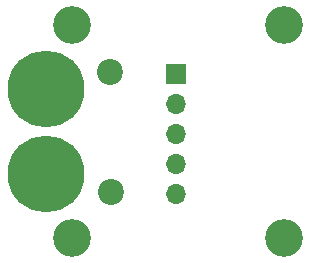
<source format=gbr>
%TF.GenerationSoftware,KiCad,Pcbnew,8.0.0*%
%TF.CreationDate,2024-09-10T23:52:59-07:00*%
%TF.ProjectId,aftbulkhead,61667462-756c-46b6-9865-61642e6b6963,rev?*%
%TF.SameCoordinates,Original*%
%TF.FileFunction,Soldermask,Bot*%
%TF.FilePolarity,Negative*%
%FSLAX46Y46*%
G04 Gerber Fmt 4.6, Leading zero omitted, Abs format (unit mm)*
G04 Created by KiCad (PCBNEW 8.0.0) date 2024-09-10 23:52:59*
%MOMM*%
%LPD*%
G01*
G04 APERTURE LIST*
%ADD10R,1.700000X1.700000*%
%ADD11O,1.700000X1.700000*%
%ADD12C,3.200000*%
%ADD13C,2.200000*%
%ADD14C,6.500000*%
G04 APERTURE END LIST*
D10*
%TO.C,REF\u002A\u002A*%
X163499800Y-80238600D03*
D11*
X163499800Y-82778600D03*
X163499800Y-85318600D03*
X163499800Y-87858600D03*
X163499800Y-90398600D03*
%TD*%
D12*
%TO.C,H6*%
X172669200Y-94081600D03*
%TD*%
%TO.C,H4*%
X172669200Y-76098400D03*
%TD*%
D13*
%TO.C,H1*%
X157988000Y-90170000D03*
%TD*%
D14*
%TO.C,H8*%
X152501600Y-81483200D03*
%TD*%
D12*
%TO.C,H7*%
X154686000Y-94081600D03*
%TD*%
D13*
%TO.C,H3*%
X157962600Y-80010000D03*
%TD*%
D14*
%TO.C,H9*%
X152501600Y-88696800D03*
%TD*%
D12*
%TO.C,H5*%
X154686000Y-76098400D03*
%TD*%
M02*

</source>
